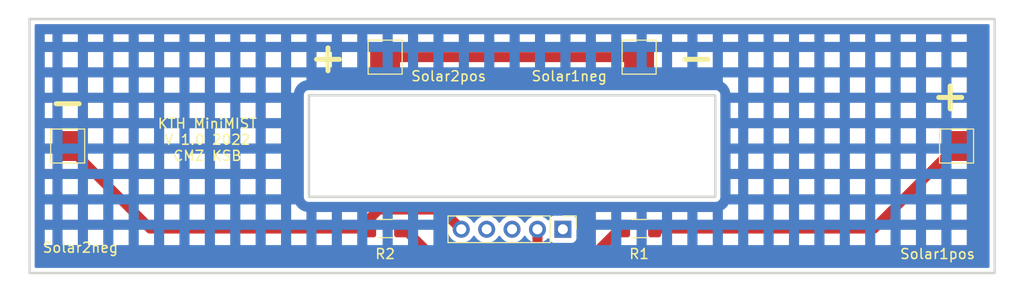
<source format=kicad_pcb>
(kicad_pcb (version 20211014) (generator pcbnew)
  (layers (0 "F.Cu" signal) (31 "B.Cu" signal) (34 "B.Paste" user) (35 "F.Paste" user) (36 "B.SilkS" user "B.Silkscreen") (37 "F.SilkS" user "F.Silkscreen") (38 "B.Mask" user) (39 "F.Mask" user) (44 "Edge.Cuts" user))
  (net 0 "")
  (net 1 "Net-(R1-Pad2)")
  (net 2 "/Solar2Neg")
  (net 3 "/Solar1Pos")
  (net 4 "Net-(SC1-Pad2)")
  (footprint "TestPoint:TestPoint_Pad_3.0x3.0mm" (layer "F.Cu") (at 107.95 114.3)
    (fp_text reference "Solar2neg" (at 1.27 10.16) (layer "F.SilkS"))
    (fp_text value "Conn_01x01_Male")
    (fp_line (start -1.7 1.7) (end -1.7 -1.7) (layer "F.SilkS") (width 0.12))
    (fp_line (start 1.7 1.7) (end -1.7 1.7) (layer "F.SilkS") (width 0.12))
    (fp_line (start 1.7 -1.7) (end 1.7 1.7) (layer "F.SilkS") (width 0.12))
    (fp_line (start -1.7 -1.7) (end 1.7 -1.7) (layer "F.SilkS") (width 0.12))
    (pad "1" smd rect (at 0 0) (size 3 3) (layers "F.Cu" "F.Mask") (net 2 "/Solar2Neg"))
  )
  (footprint "Resistor_SMD:R_1206_3216Metric_Pad1.30x1.75mm_HandSolder" (layer "F.Cu") (at 165.1 122.555 180)
    (fp_text reference "R1" (at 0 -2.54) (layer "F.SilkS"))
    (fp_text value "22000")
    (fp_line (start -0.727064 -0.91) (end 0.727064 -0.91) (layer "F.SilkS") (width 0.12))
    (fp_line (start -0.727064 0.91) (end 0.727064 0.91) (layer "F.SilkS") (width 0.12))
    (pad "1" smd roundrect (at -1.55 0 180) (size 1.3 1.75) (layers "F.Cu" "F.Paste" "F.Mask") (roundrect_rratio 0.1923076923) (net 3 "/Solar1Pos"))
    (pad "2" smd roundrect (at 1.55 0 180) (size 1.3 1.75) (layers "F.Cu" "F.Paste" "F.Mask") (roundrect_rratio 0.1923076923) (net 1 "Net-(R1-Pad2)"))
  )
  (footprint "Connector_PinHeader_2.54mm:PinHeader_1x05_P2.54mm_Vertical" (layer "F.Cu") (at 157.475 122.625 -90)
    (fp_text reference "SolarPanelConnector1" hide)
    (fp_text value "Conn_01x05_Male")
    (fp_line (start -1.33 1.27) (end 1.33 1.27) (layer "F.SilkS") (width 0.12))
    (fp_line (start 1.33 1.27) (end 1.33 11.49) (layer "F.SilkS") (width 0.12))
    (fp_line (start -1.33 1.27) (end -1.33 11.49) (layer "F.SilkS") (width 0.12))
    (fp_line (start -1.33 -1.33) (end 0 -1.33) (layer "F.SilkS") (width 0.12))
    (fp_line (start -1.33 11.49) (end 1.33 11.49) (layer "F.SilkS") (width 0.12))
    (fp_line (start -1.33 0) (end -1.33 -1.33) (layer "F.SilkS") (width 0.12))
    (pad "1" thru_hole rect (at 0 0 270) (size 1.7 1.7) (drill 1) (layers *.Cu *.Mask))
    (pad "2" thru_hole oval (at 0 2.54 270) (size 1.7 1.7) (drill 1) (layers *.Cu *.Mask) (net 1 "Net-(R1-Pad2)"))
    (pad "3" thru_hole oval (at 0 5.08 270) (size 1.7 1.7) (drill 1) (layers *.Cu *.Mask))
    (pad "4" thru_hole oval (at 0 7.62 270) (size 1.7 1.7) (drill 1) (layers *.Cu *.Mask))
    (pad "5" thru_hole oval (at 0 10.16 270) (size 1.7 1.7) (drill 1) (layers *.Cu *.Mask) (net 2 "/Solar2Neg"))
  )
  (footprint "TestPoint:TestPoint_Pad_3.0x3.0mm" (layer "F.Cu") (at 139.7 105.41)
    (fp_text reference "Solar2pos" (at 6.35 1.905) (layer "F.SilkS"))
    (fp_text value "Conn_01x01_Male")
    (fp_line (start 1.7 -1.7) (end 1.7 1.7) (layer "F.SilkS") (width 0.12))
    (fp_line (start 1.7 1.7) (end -1.7 1.7) (layer "F.SilkS") (width 0.12))
    (fp_line (start -1.7 -1.7) (end 1.7 -1.7) (layer "F.SilkS") (width 0.12))
    (fp_line (start -1.7 1.7) (end -1.7 -1.7) (layer "F.SilkS") (width 0.12))
    (pad "1" smd rect (at 0 0) (size 3 3) (layers "F.Cu" "F.Mask") (net 4 "Net-(SC1-Pad2)"))
  )
  (footprint "TestPoint:TestPoint_Pad_3.0x3.0mm" (layer "F.Cu") (at 196.85 114.3)
    (fp_text reference "Solar1pos" (at -1.905 10.795) (layer "F.SilkS"))
    (fp_text value "Conn_01x01_Male")
    (fp_line (start 1.7 -1.7) (end 1.7 1.7) (layer "F.SilkS") (width 0.12))
    (fp_line (start -1.7 -1.7) (end 1.7 -1.7) (layer "F.SilkS") (width 0.12))
    (fp_line (start 1.7 1.7) (end -1.7 1.7) (layer "F.SilkS") (width 0.12))
    (fp_line (start -1.7 1.7) (end -1.7 -1.7) (layer "F.SilkS") (width 0.12))
    (pad "1" smd rect (at 0 0) (size 3 3) (layers "F.Cu" "F.Mask") (net 3 "/Solar1Pos"))
  )
  (footprint "TestPoint:TestPoint_Pad_3.0x3.0mm" (layer "F.Cu") (at 165.1 105.41)
    (fp_text reference "Solar1neg" (at -6.985 1.905) (layer "F.SilkS"))
    (fp_text value "Conn_01x01_Male")
    (fp_line (start 1.7 1.7) (end -1.7 1.7) (layer "F.SilkS") (width 0.12))
    (fp_line (start -1.7 1.7) (end -1.7 -1.7) (layer "F.SilkS") (width 0.12))
    (fp_line (start 1.7 -1.7) (end 1.7 1.7) (layer "F.SilkS") (width 0.12))
    (fp_line (start -1.7 -1.7) (end 1.7 -1.7) (layer "F.SilkS") (width 0.12))
    (pad "1" smd rect (at 0 0) (size 3 3) (layers "F.Cu" "F.Mask") (net 4 "Net-(SC1-Pad2)"))
  )
  (footprint "Resistor_SMD:R_1206_3216Metric_Pad1.30x1.75mm_HandSolder" (layer "F.Cu") (at 139.7 122.555 180)
    (fp_text reference "R2" (at 0 -2.54) (layer "F.SilkS"))
    (fp_text value "8000")
    (fp_line (start -0.727064 -0.91) (end 0.727064 -0.91) (layer "F.SilkS") (width 0.12))
    (fp_line (start -0.727064 0.91) (end 0.727064 0.91) (layer "F.SilkS") (width 0.12))
    (pad "1" smd roundrect (at -1.55 0 180) (size 1.3 1.75) (layers "F.Cu" "F.Paste" "F.Mask") (roundrect_rratio 0.1923076923) (net 1 "Net-(R1-Pad2)"))
    (pad "2" smd roundrect (at 1.55 0 180) (size 1.3 1.75) (layers "F.Cu" "F.Paste" "F.Mask") (roundrect_rratio 0.1923076923) (net 2 "/Solar2Neg"))
  )
  (gr_rect (start 104.14 127) (end 200.66 101.6) (layer "Edge.Cuts") (width 0.25) (fill none))
  (gr_rect (start 132.08 119.38) (end 172.72 109.22) (layer "Edge.Cuts") (width 0.25) (fill none))
  (gr_text "KTH MiniMIST\nV 1.0 2022\nCMZ KSB" (at 121.92 113.665) (layer "F.SilkS") (effects (font (size 1 1))))
  (gr_text "+" (at 133.985 105.41) (layer "F.SilkS") (effects (font (size 3 3) (thickness 0.5))))
  (gr_text "-" (at 170.815 105.41) (layer "F.SilkS") (effects (font (size 3 3) (thickness 0.5))))
  (gr_text "+" (at 196.215 109.22) (layer "F.SilkS") (effects (font (size 3 3) (thickness 0.5))))
  (gr_text "-" (at 107.95 109.855) (layer "F.SilkS") (effects (font (size 3 3) (thickness 0.5))))
  (segment (start 163.55 122.555) (end 163.195 122.555) (width 1) (layer "F.Cu") (net 1))
  (segment (start 141.605 122.555) (end 144.78 125.73) (width 1) (layer "F.Cu") (net 1))
  (segment (start 160.02 125.73) (end 155.575 125.73) (width 1) (layer "F.Cu") (net 1))
  (segment (start 141.25 122.555) (end 141.605 122.555) (width 1) (layer "F.Cu") (net 1))
  (segment (start 144.78 125.73) (end 154.295 125.73) (width 1) (layer "F.Cu") (net 1))
  (segment (start 163.195 122.555) (end 160.02 125.73) (width 1) (layer "F.Cu") (net 1))
  (segment (start 154.935 125.09) (end 154.935 122.625) (width 1) (layer "F.Cu") (net 1))
  (segment (start 155.575 125.73) (end 154.935 125.09) (width 1) (layer "F.Cu") (net 1))
  (segment (start 154.295 125.73) (end 154.935 125.09) (width 1) (layer "F.Cu") (net 1))
  (segment (start 138.15 122.555) (end 116.205 122.555) (width 1) (layer "F.Cu") (net 2))
  (segment (start 138.15 122.555) (end 138.15 121.565) (width 1) (layer "F.Cu") (net 2))
  (segment (start 139.065 120.65) (end 145.34 120.65) (width 1) (layer "F.Cu") (net 2))
  (segment (start 116.205 122.555) (end 107.95 114.3) (width 1) (layer "F.Cu") (net 2))
  (segment (start 145.34 120.65) (end 147.315 122.625) (width 1) (layer "F.Cu") (net 2))
  (segment (start 138.15 121.565) (end 139.065 120.65) (width 1) (layer "F.Cu") (net 2))
  (segment (start 188.595 122.555) (end 196.85 114.3) (width 1) (layer "F.Cu") (net 3))
  (segment (start 166.65 122.555) (end 188.595 122.555) (width 1) (layer "F.Cu") (net 3))
  (segment (start 139.7 105.41) (end 165.1 105.41) (width 1) (layer "F.Cu") (net 4))
  (zone (net 0) (net_name "") (layer "B.Cu") (connect_pads (clearance 0.508)) (min_thickness 0.254) (fill yes (mode hatch) (thermal_gap 0.508) (thermal_bridge_width 0.508) (hatch_thickness 1.016) (hatch_gap 1.524) (hatch_orientation 0) (hatch_border_algorithm hatch_thickness) (hatch_min_hole_area 0.3))
    (polygon (pts (xy 202.565 128.905) (xy 102.235 128.905) (xy 102.235 99.695) (xy 202.565 99.695)))
  )
)
</source>
